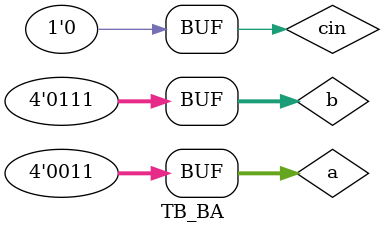
<source format=v>
module Bcd_Adder(a,b,cin,s,cout);
input [3:0]a,b;
output [3:0]s;
input cin;
output cout;
wire [3:0]temp;
wire c1,w1,w2,w3;

Adder_Subtractor AS1(a,b,cin,temp,c1);
and(w1,temp[3],temp[2]);
and(w2,temp[3],temp[1]);
or(cout,w1,w2,c1);
Adder_Subtractor AS2(temp,{1'b0,cout,cout,1'b0},cin,s,w3);
endmodule

module TB_BA();
reg  [3:0]a,b;
wire [3:0]s;
reg cin;
wire cout;

Bcd_Adder BA1(a,b,cin,s,cout);
initial begin
#0 a=4'd8;b=4'd8;cin=1'b0;
#100 a=4'd9;b=4'd9;
#100 a=4'd9;b=4'd10;
#100 a=4'd5;b=4'd1;
#100 a=4'd8;b=4'd4;
#100 a=4'd3;b=4'd7;
end
endmodule



</source>
